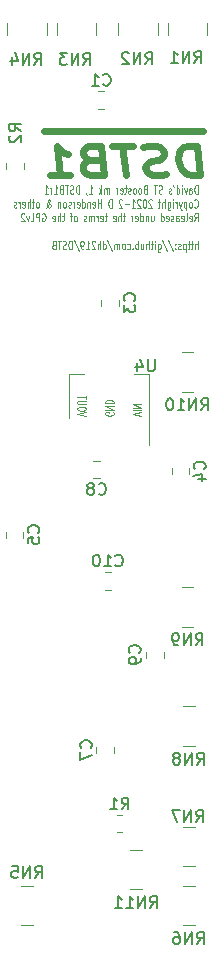
<source format=gbr>
%TF.GenerationSoftware,KiCad,Pcbnew,(5.1.10-1-10_14)*%
%TF.CreationDate,2022-03-12T11:50:30+00:00*%
%TF.ProjectId,altram_68k_r2,616c7472-616d-45f3-9638-6b5f72322e6b,2*%
%TF.SameCoordinates,Original*%
%TF.FileFunction,Legend,Bot*%
%TF.FilePolarity,Positive*%
%FSLAX46Y46*%
G04 Gerber Fmt 4.6, Leading zero omitted, Abs format (unit mm)*
G04 Created by KiCad (PCBNEW (5.1.10-1-10_14)) date 2022-03-12 11:50:30*
%MOMM*%
%LPD*%
G01*
G04 APERTURE LIST*
%ADD10C,0.125000*%
%ADD11C,0.625000*%
%ADD12C,0.120000*%
%ADD13C,0.150000*%
G04 APERTURE END LIST*
D10*
X147083333Y-88471130D02*
X146383333Y-88304464D01*
X147083333Y-88137797D01*
X146383333Y-87971130D02*
X147083333Y-87971130D01*
X146383333Y-87733035D02*
X147083333Y-87733035D01*
X146383333Y-87447321D01*
X147083333Y-87447321D01*
X144700000Y-88137797D02*
X144733333Y-88185416D01*
X144733333Y-88256845D01*
X144700000Y-88328273D01*
X144633333Y-88375892D01*
X144566666Y-88399702D01*
X144433333Y-88423511D01*
X144333333Y-88423511D01*
X144200000Y-88399702D01*
X144133333Y-88375892D01*
X144066666Y-88328273D01*
X144033333Y-88256845D01*
X144033333Y-88209226D01*
X144066666Y-88137797D01*
X144100000Y-88113988D01*
X144333333Y-88113988D01*
X144333333Y-88209226D01*
X144033333Y-87899702D02*
X144733333Y-87899702D01*
X144033333Y-87613988D01*
X144733333Y-87613988D01*
X144033333Y-87375892D02*
X144733333Y-87375892D01*
X144733333Y-87256845D01*
X144700000Y-87185416D01*
X144633333Y-87137797D01*
X144566666Y-87113988D01*
X144433333Y-87090178D01*
X144333333Y-87090178D01*
X144200000Y-87113988D01*
X144133333Y-87137797D01*
X144066666Y-87185416D01*
X144033333Y-87256845D01*
X144033333Y-87375892D01*
X142383333Y-88471130D02*
X141683333Y-88304464D01*
X142383333Y-88137797D01*
X142383333Y-87875892D02*
X142383333Y-87780654D01*
X142350000Y-87733035D01*
X142283333Y-87685416D01*
X142150000Y-87661607D01*
X141916666Y-87661607D01*
X141783333Y-87685416D01*
X141716666Y-87733035D01*
X141683333Y-87780654D01*
X141683333Y-87875892D01*
X141716666Y-87923511D01*
X141783333Y-87971130D01*
X141916666Y-87994940D01*
X142150000Y-87994940D01*
X142283333Y-87971130D01*
X142350000Y-87923511D01*
X142383333Y-87875892D01*
X142383333Y-87447321D02*
X141816666Y-87447321D01*
X141750000Y-87423511D01*
X141716666Y-87399702D01*
X141683333Y-87352083D01*
X141683333Y-87256845D01*
X141716666Y-87209226D01*
X141750000Y-87185416D01*
X141816666Y-87161607D01*
X142383333Y-87161607D01*
X142383333Y-86994940D02*
X142383333Y-86709226D01*
X141683333Y-86852083D02*
X142383333Y-86852083D01*
X151858035Y-69616666D02*
X151858035Y-68916666D01*
X151738987Y-68916666D01*
X151667559Y-68950000D01*
X151619940Y-69016666D01*
X151596130Y-69083333D01*
X151572321Y-69216666D01*
X151572321Y-69316666D01*
X151596130Y-69450000D01*
X151619940Y-69516666D01*
X151667559Y-69583333D01*
X151738987Y-69616666D01*
X151858035Y-69616666D01*
X151143749Y-69616666D02*
X151143749Y-69250000D01*
X151167559Y-69183333D01*
X151215178Y-69150000D01*
X151310416Y-69150000D01*
X151358035Y-69183333D01*
X151143749Y-69583333D02*
X151191368Y-69616666D01*
X151310416Y-69616666D01*
X151358035Y-69583333D01*
X151381844Y-69516666D01*
X151381844Y-69450000D01*
X151358035Y-69383333D01*
X151310416Y-69350000D01*
X151191368Y-69350000D01*
X151143749Y-69316666D01*
X150953273Y-69150000D02*
X150834225Y-69616666D01*
X150715178Y-69150000D01*
X150524702Y-69616666D02*
X150524702Y-69150000D01*
X150524702Y-68916666D02*
X150548511Y-68950000D01*
X150524702Y-68983333D01*
X150500892Y-68950000D01*
X150524702Y-68916666D01*
X150524702Y-68983333D01*
X150072321Y-69616666D02*
X150072321Y-68916666D01*
X150072321Y-69583333D02*
X150119940Y-69616666D01*
X150215178Y-69616666D01*
X150262797Y-69583333D01*
X150286606Y-69550000D01*
X150310416Y-69483333D01*
X150310416Y-69283333D01*
X150286606Y-69216666D01*
X150262797Y-69183333D01*
X150215178Y-69150000D01*
X150119940Y-69150000D01*
X150072321Y-69183333D01*
X149810416Y-68916666D02*
X149810416Y-68950000D01*
X149834225Y-69016666D01*
X149858035Y-69050000D01*
X149619940Y-69583333D02*
X149572321Y-69616666D01*
X149477083Y-69616666D01*
X149429463Y-69583333D01*
X149405654Y-69516666D01*
X149405654Y-69483333D01*
X149429463Y-69416666D01*
X149477083Y-69383333D01*
X149548511Y-69383333D01*
X149596130Y-69350000D01*
X149619940Y-69283333D01*
X149619940Y-69250000D01*
X149596130Y-69183333D01*
X149548511Y-69150000D01*
X149477083Y-69150000D01*
X149429463Y-69183333D01*
X148834225Y-69583333D02*
X148762797Y-69616666D01*
X148643749Y-69616666D01*
X148596130Y-69583333D01*
X148572321Y-69550000D01*
X148548511Y-69483333D01*
X148548511Y-69416666D01*
X148572321Y-69350000D01*
X148596130Y-69316666D01*
X148643749Y-69283333D01*
X148738987Y-69250000D01*
X148786606Y-69216666D01*
X148810416Y-69183333D01*
X148834225Y-69116666D01*
X148834225Y-69050000D01*
X148810416Y-68983333D01*
X148786606Y-68950000D01*
X148738987Y-68916666D01*
X148619940Y-68916666D01*
X148548511Y-68950000D01*
X148405654Y-68916666D02*
X148119940Y-68916666D01*
X148262797Y-69616666D02*
X148262797Y-68916666D01*
X147405654Y-69250000D02*
X147334225Y-69283333D01*
X147310416Y-69316666D01*
X147286606Y-69383333D01*
X147286606Y-69483333D01*
X147310416Y-69550000D01*
X147334225Y-69583333D01*
X147381844Y-69616666D01*
X147572321Y-69616666D01*
X147572321Y-68916666D01*
X147405654Y-68916666D01*
X147358035Y-68950000D01*
X147334225Y-68983333D01*
X147310416Y-69050000D01*
X147310416Y-69116666D01*
X147334225Y-69183333D01*
X147358035Y-69216666D01*
X147405654Y-69250000D01*
X147572321Y-69250000D01*
X147000892Y-69616666D02*
X147048511Y-69583333D01*
X147072321Y-69550000D01*
X147096130Y-69483333D01*
X147096130Y-69283333D01*
X147072321Y-69216666D01*
X147048511Y-69183333D01*
X147000892Y-69150000D01*
X146929463Y-69150000D01*
X146881844Y-69183333D01*
X146858035Y-69216666D01*
X146834225Y-69283333D01*
X146834225Y-69483333D01*
X146858035Y-69550000D01*
X146881844Y-69583333D01*
X146929463Y-69616666D01*
X147000892Y-69616666D01*
X146548511Y-69616666D02*
X146596130Y-69583333D01*
X146619940Y-69550000D01*
X146643749Y-69483333D01*
X146643749Y-69283333D01*
X146619940Y-69216666D01*
X146596130Y-69183333D01*
X146548511Y-69150000D01*
X146477083Y-69150000D01*
X146429463Y-69183333D01*
X146405654Y-69216666D01*
X146381844Y-69283333D01*
X146381844Y-69483333D01*
X146405654Y-69550000D01*
X146429463Y-69583333D01*
X146477083Y-69616666D01*
X146548511Y-69616666D01*
X146191368Y-69583333D02*
X146143749Y-69616666D01*
X146048511Y-69616666D01*
X146000892Y-69583333D01*
X145977083Y-69516666D01*
X145977083Y-69483333D01*
X146000892Y-69416666D01*
X146048511Y-69383333D01*
X146119940Y-69383333D01*
X146167559Y-69350000D01*
X146191368Y-69283333D01*
X146191368Y-69250000D01*
X146167559Y-69183333D01*
X146119940Y-69150000D01*
X146048511Y-69150000D01*
X146000892Y-69183333D01*
X145834225Y-69150000D02*
X145643749Y-69150000D01*
X145762797Y-68916666D02*
X145762797Y-69516666D01*
X145738987Y-69583333D01*
X145691368Y-69616666D01*
X145643749Y-69616666D01*
X145286606Y-69583333D02*
X145334225Y-69616666D01*
X145429463Y-69616666D01*
X145477083Y-69583333D01*
X145500892Y-69516666D01*
X145500892Y-69250000D01*
X145477083Y-69183333D01*
X145429463Y-69150000D01*
X145334225Y-69150000D01*
X145286606Y-69183333D01*
X145262797Y-69250000D01*
X145262797Y-69316666D01*
X145500892Y-69383333D01*
X145048511Y-69616666D02*
X145048511Y-69150000D01*
X145048511Y-69283333D02*
X145024702Y-69216666D01*
X145000892Y-69183333D01*
X144953273Y-69150000D01*
X144905654Y-69150000D01*
X144358035Y-69616666D02*
X144358035Y-69150000D01*
X144358035Y-69216666D02*
X144334225Y-69183333D01*
X144286606Y-69150000D01*
X144215178Y-69150000D01*
X144167559Y-69183333D01*
X144143749Y-69250000D01*
X144143749Y-69616666D01*
X144143749Y-69250000D02*
X144119940Y-69183333D01*
X144072321Y-69150000D01*
X144000892Y-69150000D01*
X143953273Y-69183333D01*
X143929463Y-69250000D01*
X143929463Y-69616666D01*
X143691368Y-69616666D02*
X143691368Y-68916666D01*
X143643749Y-69350000D02*
X143500892Y-69616666D01*
X143500892Y-69150000D02*
X143691368Y-69416666D01*
X142643749Y-69616666D02*
X142929463Y-69616666D01*
X142786606Y-69616666D02*
X142786606Y-68916666D01*
X142834225Y-69016666D01*
X142881844Y-69083333D01*
X142929463Y-69116666D01*
X142405654Y-69583333D02*
X142405654Y-69616666D01*
X142429463Y-69683333D01*
X142453273Y-69716666D01*
X141810416Y-69616666D02*
X141810416Y-68916666D01*
X141691368Y-68916666D01*
X141619940Y-68950000D01*
X141572321Y-69016666D01*
X141548511Y-69083333D01*
X141524702Y-69216666D01*
X141524702Y-69316666D01*
X141548511Y-69450000D01*
X141572321Y-69516666D01*
X141619940Y-69583333D01*
X141691368Y-69616666D01*
X141810416Y-69616666D01*
X141334225Y-69583333D02*
X141262797Y-69616666D01*
X141143749Y-69616666D01*
X141096130Y-69583333D01*
X141072321Y-69550000D01*
X141048511Y-69483333D01*
X141048511Y-69416666D01*
X141072321Y-69350000D01*
X141096130Y-69316666D01*
X141143749Y-69283333D01*
X141238987Y-69250000D01*
X141286606Y-69216666D01*
X141310416Y-69183333D01*
X141334225Y-69116666D01*
X141334225Y-69050000D01*
X141310416Y-68983333D01*
X141286606Y-68950000D01*
X141238987Y-68916666D01*
X141119940Y-68916666D01*
X141048511Y-68950000D01*
X140905654Y-68916666D02*
X140619940Y-68916666D01*
X140762797Y-69616666D02*
X140762797Y-68916666D01*
X140286606Y-69250000D02*
X140215178Y-69283333D01*
X140191368Y-69316666D01*
X140167559Y-69383333D01*
X140167559Y-69483333D01*
X140191368Y-69550000D01*
X140215178Y-69583333D01*
X140262797Y-69616666D01*
X140453273Y-69616666D01*
X140453273Y-68916666D01*
X140286606Y-68916666D01*
X140238987Y-68950000D01*
X140215178Y-68983333D01*
X140191368Y-69050000D01*
X140191368Y-69116666D01*
X140215178Y-69183333D01*
X140238987Y-69216666D01*
X140286606Y-69250000D01*
X140453273Y-69250000D01*
X139691368Y-69616666D02*
X139977083Y-69616666D01*
X139834225Y-69616666D02*
X139834225Y-68916666D01*
X139881844Y-69016666D01*
X139929463Y-69083333D01*
X139977083Y-69116666D01*
X139477083Y-69616666D02*
X139477083Y-69150000D01*
X139477083Y-69283333D02*
X139453273Y-69216666D01*
X139429463Y-69183333D01*
X139381844Y-69150000D01*
X139334225Y-69150000D01*
X138905654Y-69616666D02*
X139191368Y-69616666D01*
X139048511Y-69616666D02*
X139048511Y-68916666D01*
X139096130Y-69016666D01*
X139143749Y-69083333D01*
X139191368Y-69116666D01*
X151572321Y-70725000D02*
X151596130Y-70758333D01*
X151667559Y-70791666D01*
X151715178Y-70791666D01*
X151786606Y-70758333D01*
X151834225Y-70691666D01*
X151858035Y-70625000D01*
X151881844Y-70491666D01*
X151881844Y-70391666D01*
X151858035Y-70258333D01*
X151834225Y-70191666D01*
X151786606Y-70125000D01*
X151715178Y-70091666D01*
X151667559Y-70091666D01*
X151596130Y-70125000D01*
X151572321Y-70158333D01*
X151286606Y-70791666D02*
X151334225Y-70758333D01*
X151358035Y-70725000D01*
X151381844Y-70658333D01*
X151381844Y-70458333D01*
X151358035Y-70391666D01*
X151334225Y-70358333D01*
X151286606Y-70325000D01*
X151215178Y-70325000D01*
X151167559Y-70358333D01*
X151143749Y-70391666D01*
X151119940Y-70458333D01*
X151119940Y-70658333D01*
X151143749Y-70725000D01*
X151167559Y-70758333D01*
X151215178Y-70791666D01*
X151286606Y-70791666D01*
X150905654Y-70325000D02*
X150905654Y-71025000D01*
X150905654Y-70358333D02*
X150858035Y-70325000D01*
X150762797Y-70325000D01*
X150715178Y-70358333D01*
X150691368Y-70391666D01*
X150667559Y-70458333D01*
X150667559Y-70658333D01*
X150691368Y-70725000D01*
X150715178Y-70758333D01*
X150762797Y-70791666D01*
X150858035Y-70791666D01*
X150905654Y-70758333D01*
X150500892Y-70325000D02*
X150381844Y-70791666D01*
X150262797Y-70325000D02*
X150381844Y-70791666D01*
X150429463Y-70958333D01*
X150453273Y-70991666D01*
X150500892Y-71025000D01*
X150072321Y-70791666D02*
X150072321Y-70325000D01*
X150072321Y-70458333D02*
X150048511Y-70391666D01*
X150024702Y-70358333D01*
X149977083Y-70325000D01*
X149929463Y-70325000D01*
X149762797Y-70791666D02*
X149762797Y-70325000D01*
X149762797Y-70091666D02*
X149786606Y-70125000D01*
X149762797Y-70158333D01*
X149738987Y-70125000D01*
X149762797Y-70091666D01*
X149762797Y-70158333D01*
X149310416Y-70325000D02*
X149310416Y-70891666D01*
X149334225Y-70958333D01*
X149358035Y-70991666D01*
X149405654Y-71025000D01*
X149477083Y-71025000D01*
X149524702Y-70991666D01*
X149310416Y-70758333D02*
X149358035Y-70791666D01*
X149453273Y-70791666D01*
X149500892Y-70758333D01*
X149524702Y-70725000D01*
X149548511Y-70658333D01*
X149548511Y-70458333D01*
X149524702Y-70391666D01*
X149500892Y-70358333D01*
X149453273Y-70325000D01*
X149358035Y-70325000D01*
X149310416Y-70358333D01*
X149072321Y-70791666D02*
X149072321Y-70091666D01*
X148858035Y-70791666D02*
X148858035Y-70425000D01*
X148881844Y-70358333D01*
X148929463Y-70325000D01*
X149000892Y-70325000D01*
X149048511Y-70358333D01*
X149072321Y-70391666D01*
X148691368Y-70325000D02*
X148500892Y-70325000D01*
X148619940Y-70091666D02*
X148619940Y-70691666D01*
X148596130Y-70758333D01*
X148548511Y-70791666D01*
X148500892Y-70791666D01*
X147977083Y-70158333D02*
X147953273Y-70125000D01*
X147905654Y-70091666D01*
X147786606Y-70091666D01*
X147738987Y-70125000D01*
X147715178Y-70158333D01*
X147691368Y-70225000D01*
X147691368Y-70291666D01*
X147715178Y-70391666D01*
X148000892Y-70791666D01*
X147691368Y-70791666D01*
X147381844Y-70091666D02*
X147334225Y-70091666D01*
X147286606Y-70125000D01*
X147262797Y-70158333D01*
X147238987Y-70225000D01*
X147215178Y-70358333D01*
X147215178Y-70525000D01*
X147238987Y-70658333D01*
X147262797Y-70725000D01*
X147286606Y-70758333D01*
X147334225Y-70791666D01*
X147381844Y-70791666D01*
X147429463Y-70758333D01*
X147453273Y-70725000D01*
X147477083Y-70658333D01*
X147500892Y-70525000D01*
X147500892Y-70358333D01*
X147477083Y-70225000D01*
X147453273Y-70158333D01*
X147429463Y-70125000D01*
X147381844Y-70091666D01*
X147024702Y-70158333D02*
X147000892Y-70125000D01*
X146953273Y-70091666D01*
X146834225Y-70091666D01*
X146786606Y-70125000D01*
X146762797Y-70158333D01*
X146738987Y-70225000D01*
X146738987Y-70291666D01*
X146762797Y-70391666D01*
X147048511Y-70791666D01*
X146738987Y-70791666D01*
X146262797Y-70791666D02*
X146548511Y-70791666D01*
X146405654Y-70791666D02*
X146405654Y-70091666D01*
X146453273Y-70191666D01*
X146500892Y-70258333D01*
X146548511Y-70291666D01*
X146048511Y-70525000D02*
X145667559Y-70525000D01*
X145453273Y-70158333D02*
X145429463Y-70125000D01*
X145381844Y-70091666D01*
X145262797Y-70091666D01*
X145215178Y-70125000D01*
X145191368Y-70158333D01*
X145167559Y-70225000D01*
X145167559Y-70291666D01*
X145191368Y-70391666D01*
X145477083Y-70791666D01*
X145167559Y-70791666D01*
X144572321Y-70791666D02*
X144572321Y-70091666D01*
X144453273Y-70091666D01*
X144381844Y-70125000D01*
X144334225Y-70191666D01*
X144310416Y-70258333D01*
X144286606Y-70391666D01*
X144286606Y-70491666D01*
X144310416Y-70625000D01*
X144334225Y-70691666D01*
X144381844Y-70758333D01*
X144453273Y-70791666D01*
X144572321Y-70791666D01*
X143691368Y-70791666D02*
X143691368Y-70091666D01*
X143691368Y-70425000D02*
X143405654Y-70425000D01*
X143405654Y-70791666D02*
X143405654Y-70091666D01*
X142977083Y-70758333D02*
X143024702Y-70791666D01*
X143119940Y-70791666D01*
X143167559Y-70758333D01*
X143191368Y-70691666D01*
X143191368Y-70425000D01*
X143167559Y-70358333D01*
X143119940Y-70325000D01*
X143024702Y-70325000D01*
X142977083Y-70358333D01*
X142953273Y-70425000D01*
X142953273Y-70491666D01*
X143191368Y-70558333D01*
X142738987Y-70325000D02*
X142738987Y-70791666D01*
X142738987Y-70391666D02*
X142715178Y-70358333D01*
X142667559Y-70325000D01*
X142596130Y-70325000D01*
X142548511Y-70358333D01*
X142524702Y-70425000D01*
X142524702Y-70791666D01*
X142072321Y-70791666D02*
X142072321Y-70091666D01*
X142072321Y-70758333D02*
X142119940Y-70791666D01*
X142215178Y-70791666D01*
X142262797Y-70758333D01*
X142286606Y-70725000D01*
X142310416Y-70658333D01*
X142310416Y-70458333D01*
X142286606Y-70391666D01*
X142262797Y-70358333D01*
X142215178Y-70325000D01*
X142119940Y-70325000D01*
X142072321Y-70358333D01*
X141643749Y-70758333D02*
X141691368Y-70791666D01*
X141786606Y-70791666D01*
X141834225Y-70758333D01*
X141858035Y-70691666D01*
X141858035Y-70425000D01*
X141834225Y-70358333D01*
X141786606Y-70325000D01*
X141691368Y-70325000D01*
X141643749Y-70358333D01*
X141619940Y-70425000D01*
X141619940Y-70491666D01*
X141858035Y-70558333D01*
X141405654Y-70791666D02*
X141405654Y-70325000D01*
X141405654Y-70458333D02*
X141381844Y-70391666D01*
X141358035Y-70358333D01*
X141310416Y-70325000D01*
X141262797Y-70325000D01*
X141119940Y-70758333D02*
X141072321Y-70791666D01*
X140977083Y-70791666D01*
X140929463Y-70758333D01*
X140905654Y-70691666D01*
X140905654Y-70658333D01*
X140929463Y-70591666D01*
X140977083Y-70558333D01*
X141048511Y-70558333D01*
X141096130Y-70525000D01*
X141119940Y-70458333D01*
X141119940Y-70425000D01*
X141096130Y-70358333D01*
X141048511Y-70325000D01*
X140977083Y-70325000D01*
X140929463Y-70358333D01*
X140619940Y-70791666D02*
X140667559Y-70758333D01*
X140691368Y-70725000D01*
X140715178Y-70658333D01*
X140715178Y-70458333D01*
X140691368Y-70391666D01*
X140667559Y-70358333D01*
X140619940Y-70325000D01*
X140548511Y-70325000D01*
X140500892Y-70358333D01*
X140477083Y-70391666D01*
X140453273Y-70458333D01*
X140453273Y-70658333D01*
X140477083Y-70725000D01*
X140500892Y-70758333D01*
X140548511Y-70791666D01*
X140619940Y-70791666D01*
X140238987Y-70325000D02*
X140238987Y-70791666D01*
X140238987Y-70391666D02*
X140215178Y-70358333D01*
X140167559Y-70325000D01*
X140096130Y-70325000D01*
X140048511Y-70358333D01*
X140024702Y-70425000D01*
X140024702Y-70791666D01*
X139000892Y-70791666D02*
X139024702Y-70791666D01*
X139072321Y-70758333D01*
X139143749Y-70658333D01*
X139262797Y-70458333D01*
X139310416Y-70358333D01*
X139334225Y-70258333D01*
X139334225Y-70191666D01*
X139310416Y-70125000D01*
X139262797Y-70091666D01*
X139238987Y-70091666D01*
X139191368Y-70125000D01*
X139167559Y-70191666D01*
X139167559Y-70225000D01*
X139191368Y-70291666D01*
X139215178Y-70325000D01*
X139358035Y-70458333D01*
X139381844Y-70491666D01*
X139405654Y-70558333D01*
X139405654Y-70658333D01*
X139381844Y-70725000D01*
X139358035Y-70758333D01*
X139310416Y-70791666D01*
X139238987Y-70791666D01*
X139191368Y-70758333D01*
X139167559Y-70725000D01*
X139096130Y-70591666D01*
X139072321Y-70491666D01*
X139072321Y-70425000D01*
X138334225Y-70791666D02*
X138381844Y-70758333D01*
X138405654Y-70725000D01*
X138429463Y-70658333D01*
X138429463Y-70458333D01*
X138405654Y-70391666D01*
X138381844Y-70358333D01*
X138334225Y-70325000D01*
X138262797Y-70325000D01*
X138215178Y-70358333D01*
X138191368Y-70391666D01*
X138167559Y-70458333D01*
X138167559Y-70658333D01*
X138191368Y-70725000D01*
X138215178Y-70758333D01*
X138262797Y-70791666D01*
X138334225Y-70791666D01*
X138024702Y-70325000D02*
X137834225Y-70325000D01*
X137953273Y-70091666D02*
X137953273Y-70691666D01*
X137929463Y-70758333D01*
X137881844Y-70791666D01*
X137834225Y-70791666D01*
X137667559Y-70791666D02*
X137667559Y-70091666D01*
X137453273Y-70791666D02*
X137453273Y-70425000D01*
X137477083Y-70358333D01*
X137524702Y-70325000D01*
X137596130Y-70325000D01*
X137643749Y-70358333D01*
X137667559Y-70391666D01*
X137024702Y-70758333D02*
X137072321Y-70791666D01*
X137167559Y-70791666D01*
X137215178Y-70758333D01*
X137238987Y-70691666D01*
X137238987Y-70425000D01*
X137215178Y-70358333D01*
X137167559Y-70325000D01*
X137072321Y-70325000D01*
X137024702Y-70358333D01*
X137000892Y-70425000D01*
X137000892Y-70491666D01*
X137238987Y-70558333D01*
X136786606Y-70791666D02*
X136786606Y-70325000D01*
X136786606Y-70458333D02*
X136762797Y-70391666D01*
X136738987Y-70358333D01*
X136691368Y-70325000D01*
X136643749Y-70325000D01*
X136500892Y-70758333D02*
X136453273Y-70791666D01*
X136358035Y-70791666D01*
X136310416Y-70758333D01*
X136286606Y-70691666D01*
X136286606Y-70658333D01*
X136310416Y-70591666D01*
X136358035Y-70558333D01*
X136429463Y-70558333D01*
X136477083Y-70525000D01*
X136500892Y-70458333D01*
X136500892Y-70425000D01*
X136477083Y-70358333D01*
X136429463Y-70325000D01*
X136358035Y-70325000D01*
X136310416Y-70358333D01*
X151572321Y-71966666D02*
X151738987Y-71633333D01*
X151858035Y-71966666D02*
X151858035Y-71266666D01*
X151667559Y-71266666D01*
X151619940Y-71300000D01*
X151596130Y-71333333D01*
X151572321Y-71400000D01*
X151572321Y-71500000D01*
X151596130Y-71566666D01*
X151619940Y-71600000D01*
X151667559Y-71633333D01*
X151858035Y-71633333D01*
X151167559Y-71933333D02*
X151215178Y-71966666D01*
X151310416Y-71966666D01*
X151358035Y-71933333D01*
X151381844Y-71866666D01*
X151381844Y-71600000D01*
X151358035Y-71533333D01*
X151310416Y-71500000D01*
X151215178Y-71500000D01*
X151167559Y-71533333D01*
X151143749Y-71600000D01*
X151143749Y-71666666D01*
X151381844Y-71733333D01*
X150858035Y-71966666D02*
X150905654Y-71933333D01*
X150929463Y-71866666D01*
X150929463Y-71266666D01*
X150477083Y-71933333D02*
X150524702Y-71966666D01*
X150619940Y-71966666D01*
X150667559Y-71933333D01*
X150691368Y-71866666D01*
X150691368Y-71600000D01*
X150667559Y-71533333D01*
X150619940Y-71500000D01*
X150524702Y-71500000D01*
X150477083Y-71533333D01*
X150453273Y-71600000D01*
X150453273Y-71666666D01*
X150691368Y-71733333D01*
X150024702Y-71966666D02*
X150024702Y-71600000D01*
X150048511Y-71533333D01*
X150096130Y-71500000D01*
X150191368Y-71500000D01*
X150238987Y-71533333D01*
X150024702Y-71933333D02*
X150072321Y-71966666D01*
X150191368Y-71966666D01*
X150238987Y-71933333D01*
X150262797Y-71866666D01*
X150262797Y-71800000D01*
X150238987Y-71733333D01*
X150191368Y-71700000D01*
X150072321Y-71700000D01*
X150024702Y-71666666D01*
X149810416Y-71933333D02*
X149762797Y-71966666D01*
X149667559Y-71966666D01*
X149619940Y-71933333D01*
X149596130Y-71866666D01*
X149596130Y-71833333D01*
X149619940Y-71766666D01*
X149667559Y-71733333D01*
X149738987Y-71733333D01*
X149786606Y-71700000D01*
X149810416Y-71633333D01*
X149810416Y-71600000D01*
X149786606Y-71533333D01*
X149738987Y-71500000D01*
X149667559Y-71500000D01*
X149619940Y-71533333D01*
X149191368Y-71933333D02*
X149238987Y-71966666D01*
X149334225Y-71966666D01*
X149381844Y-71933333D01*
X149405654Y-71866666D01*
X149405654Y-71600000D01*
X149381844Y-71533333D01*
X149334225Y-71500000D01*
X149238987Y-71500000D01*
X149191368Y-71533333D01*
X149167559Y-71600000D01*
X149167559Y-71666666D01*
X149405654Y-71733333D01*
X148738987Y-71966666D02*
X148738987Y-71266666D01*
X148738987Y-71933333D02*
X148786606Y-71966666D01*
X148881844Y-71966666D01*
X148929463Y-71933333D01*
X148953273Y-71900000D01*
X148977083Y-71833333D01*
X148977083Y-71633333D01*
X148953273Y-71566666D01*
X148929463Y-71533333D01*
X148881844Y-71500000D01*
X148786606Y-71500000D01*
X148738987Y-71533333D01*
X147905654Y-71500000D02*
X147905654Y-71966666D01*
X148119940Y-71500000D02*
X148119940Y-71866666D01*
X148096130Y-71933333D01*
X148048511Y-71966666D01*
X147977083Y-71966666D01*
X147929463Y-71933333D01*
X147905654Y-71900000D01*
X147667559Y-71500000D02*
X147667559Y-71966666D01*
X147667559Y-71566666D02*
X147643749Y-71533333D01*
X147596130Y-71500000D01*
X147524702Y-71500000D01*
X147477083Y-71533333D01*
X147453273Y-71600000D01*
X147453273Y-71966666D01*
X147000892Y-71966666D02*
X147000892Y-71266666D01*
X147000892Y-71933333D02*
X147048511Y-71966666D01*
X147143749Y-71966666D01*
X147191368Y-71933333D01*
X147215178Y-71900000D01*
X147238987Y-71833333D01*
X147238987Y-71633333D01*
X147215178Y-71566666D01*
X147191368Y-71533333D01*
X147143749Y-71500000D01*
X147048511Y-71500000D01*
X147000892Y-71533333D01*
X146572321Y-71933333D02*
X146619940Y-71966666D01*
X146715178Y-71966666D01*
X146762797Y-71933333D01*
X146786606Y-71866666D01*
X146786606Y-71600000D01*
X146762797Y-71533333D01*
X146715178Y-71500000D01*
X146619940Y-71500000D01*
X146572321Y-71533333D01*
X146548511Y-71600000D01*
X146548511Y-71666666D01*
X146786606Y-71733333D01*
X146334225Y-71966666D02*
X146334225Y-71500000D01*
X146334225Y-71633333D02*
X146310416Y-71566666D01*
X146286606Y-71533333D01*
X146238987Y-71500000D01*
X146191368Y-71500000D01*
X145715178Y-71500000D02*
X145524702Y-71500000D01*
X145643749Y-71266666D02*
X145643749Y-71866666D01*
X145619940Y-71933333D01*
X145572321Y-71966666D01*
X145524702Y-71966666D01*
X145358035Y-71966666D02*
X145358035Y-71266666D01*
X145143749Y-71966666D02*
X145143749Y-71600000D01*
X145167559Y-71533333D01*
X145215178Y-71500000D01*
X145286606Y-71500000D01*
X145334225Y-71533333D01*
X145358035Y-71566666D01*
X144715178Y-71933333D02*
X144762797Y-71966666D01*
X144858035Y-71966666D01*
X144905654Y-71933333D01*
X144929463Y-71866666D01*
X144929463Y-71600000D01*
X144905654Y-71533333D01*
X144858035Y-71500000D01*
X144762797Y-71500000D01*
X144715178Y-71533333D01*
X144691368Y-71600000D01*
X144691368Y-71666666D01*
X144929463Y-71733333D01*
X144167559Y-71500000D02*
X143977083Y-71500000D01*
X144096130Y-71266666D02*
X144096130Y-71866666D01*
X144072321Y-71933333D01*
X144024702Y-71966666D01*
X143977083Y-71966666D01*
X143619940Y-71933333D02*
X143667559Y-71966666D01*
X143762797Y-71966666D01*
X143810416Y-71933333D01*
X143834225Y-71866666D01*
X143834225Y-71600000D01*
X143810416Y-71533333D01*
X143762797Y-71500000D01*
X143667559Y-71500000D01*
X143619940Y-71533333D01*
X143596130Y-71600000D01*
X143596130Y-71666666D01*
X143834225Y-71733333D01*
X143381844Y-71966666D02*
X143381844Y-71500000D01*
X143381844Y-71633333D02*
X143358035Y-71566666D01*
X143334225Y-71533333D01*
X143286606Y-71500000D01*
X143238987Y-71500000D01*
X143072321Y-71966666D02*
X143072321Y-71500000D01*
X143072321Y-71566666D02*
X143048511Y-71533333D01*
X143000892Y-71500000D01*
X142929463Y-71500000D01*
X142881844Y-71533333D01*
X142858035Y-71600000D01*
X142858035Y-71966666D01*
X142858035Y-71600000D02*
X142834225Y-71533333D01*
X142786606Y-71500000D01*
X142715178Y-71500000D01*
X142667559Y-71533333D01*
X142643749Y-71600000D01*
X142643749Y-71966666D01*
X142429463Y-71933333D02*
X142381844Y-71966666D01*
X142286606Y-71966666D01*
X142238987Y-71933333D01*
X142215178Y-71866666D01*
X142215178Y-71833333D01*
X142238987Y-71766666D01*
X142286606Y-71733333D01*
X142358035Y-71733333D01*
X142405654Y-71700000D01*
X142429463Y-71633333D01*
X142429463Y-71600000D01*
X142405654Y-71533333D01*
X142358035Y-71500000D01*
X142286606Y-71500000D01*
X142238987Y-71533333D01*
X141548511Y-71966666D02*
X141596130Y-71933333D01*
X141619940Y-71900000D01*
X141643749Y-71833333D01*
X141643749Y-71633333D01*
X141619940Y-71566666D01*
X141596130Y-71533333D01*
X141548511Y-71500000D01*
X141477083Y-71500000D01*
X141429463Y-71533333D01*
X141405654Y-71566666D01*
X141381844Y-71633333D01*
X141381844Y-71833333D01*
X141405654Y-71900000D01*
X141429463Y-71933333D01*
X141477083Y-71966666D01*
X141548511Y-71966666D01*
X141238987Y-71500000D02*
X141048511Y-71500000D01*
X141167559Y-71966666D02*
X141167559Y-71366666D01*
X141143749Y-71300000D01*
X141096130Y-71266666D01*
X141048511Y-71266666D01*
X140572321Y-71500000D02*
X140381844Y-71500000D01*
X140500892Y-71266666D02*
X140500892Y-71866666D01*
X140477083Y-71933333D01*
X140429463Y-71966666D01*
X140381844Y-71966666D01*
X140215178Y-71966666D02*
X140215178Y-71266666D01*
X140000892Y-71966666D02*
X140000892Y-71600000D01*
X140024702Y-71533333D01*
X140072321Y-71500000D01*
X140143749Y-71500000D01*
X140191368Y-71533333D01*
X140215178Y-71566666D01*
X139572321Y-71933333D02*
X139619940Y-71966666D01*
X139715178Y-71966666D01*
X139762797Y-71933333D01*
X139786606Y-71866666D01*
X139786606Y-71600000D01*
X139762797Y-71533333D01*
X139715178Y-71500000D01*
X139619940Y-71500000D01*
X139572321Y-71533333D01*
X139548511Y-71600000D01*
X139548511Y-71666666D01*
X139786606Y-71733333D01*
X138691368Y-71300000D02*
X138738987Y-71266666D01*
X138810416Y-71266666D01*
X138881844Y-71300000D01*
X138929463Y-71366666D01*
X138953273Y-71433333D01*
X138977083Y-71566666D01*
X138977083Y-71666666D01*
X138953273Y-71800000D01*
X138929463Y-71866666D01*
X138881844Y-71933333D01*
X138810416Y-71966666D01*
X138762797Y-71966666D01*
X138691368Y-71933333D01*
X138667559Y-71900000D01*
X138667559Y-71666666D01*
X138762797Y-71666666D01*
X138453273Y-71966666D02*
X138453273Y-71266666D01*
X138262797Y-71266666D01*
X138215178Y-71300000D01*
X138191368Y-71333333D01*
X138167559Y-71400000D01*
X138167559Y-71500000D01*
X138191368Y-71566666D01*
X138215178Y-71600000D01*
X138262797Y-71633333D01*
X138453273Y-71633333D01*
X137715178Y-71966666D02*
X137953273Y-71966666D01*
X137953273Y-71266666D01*
X137596130Y-71500000D02*
X137477083Y-71966666D01*
X137358035Y-71500000D01*
X137191368Y-71333333D02*
X137167559Y-71300000D01*
X137119940Y-71266666D01*
X137000892Y-71266666D01*
X136953273Y-71300000D01*
X136929463Y-71333333D01*
X136905654Y-71400000D01*
X136905654Y-71466666D01*
X136929463Y-71566666D01*
X137215178Y-71966666D01*
X136905654Y-71966666D01*
X151858035Y-74316666D02*
X151858035Y-73616666D01*
X151643749Y-74316666D02*
X151643749Y-73950000D01*
X151667559Y-73883333D01*
X151715178Y-73850000D01*
X151786606Y-73850000D01*
X151834225Y-73883333D01*
X151858035Y-73916666D01*
X151477083Y-73850000D02*
X151286606Y-73850000D01*
X151405654Y-73616666D02*
X151405654Y-74216666D01*
X151381844Y-74283333D01*
X151334225Y-74316666D01*
X151286606Y-74316666D01*
X151191368Y-73850000D02*
X151000892Y-73850000D01*
X151119940Y-73616666D02*
X151119940Y-74216666D01*
X151096130Y-74283333D01*
X151048511Y-74316666D01*
X151000892Y-74316666D01*
X150834225Y-73850000D02*
X150834225Y-74550000D01*
X150834225Y-73883333D02*
X150786606Y-73850000D01*
X150691368Y-73850000D01*
X150643749Y-73883333D01*
X150619940Y-73916666D01*
X150596130Y-73983333D01*
X150596130Y-74183333D01*
X150619940Y-74250000D01*
X150643749Y-74283333D01*
X150691368Y-74316666D01*
X150786606Y-74316666D01*
X150834225Y-74283333D01*
X150405654Y-74283333D02*
X150358035Y-74316666D01*
X150262797Y-74316666D01*
X150215178Y-74283333D01*
X150191368Y-74216666D01*
X150191368Y-74183333D01*
X150215178Y-74116666D01*
X150262797Y-74083333D01*
X150334225Y-74083333D01*
X150381844Y-74050000D01*
X150405654Y-73983333D01*
X150405654Y-73950000D01*
X150381844Y-73883333D01*
X150334225Y-73850000D01*
X150262797Y-73850000D01*
X150215178Y-73883333D01*
X149977083Y-74250000D02*
X149953273Y-74283333D01*
X149977083Y-74316666D01*
X150000892Y-74283333D01*
X149977083Y-74250000D01*
X149977083Y-74316666D01*
X149977083Y-73883333D02*
X149953273Y-73916666D01*
X149977083Y-73950000D01*
X150000892Y-73916666D01*
X149977083Y-73883333D01*
X149977083Y-73950000D01*
X149381844Y-73583333D02*
X149810416Y-74483333D01*
X148858035Y-73583333D02*
X149286606Y-74483333D01*
X148477083Y-73850000D02*
X148477083Y-74416666D01*
X148500892Y-74483333D01*
X148524702Y-74516666D01*
X148572321Y-74550000D01*
X148643749Y-74550000D01*
X148691368Y-74516666D01*
X148477083Y-74283333D02*
X148524702Y-74316666D01*
X148619940Y-74316666D01*
X148667559Y-74283333D01*
X148691368Y-74250000D01*
X148715178Y-74183333D01*
X148715178Y-73983333D01*
X148691368Y-73916666D01*
X148667559Y-73883333D01*
X148619940Y-73850000D01*
X148524702Y-73850000D01*
X148477083Y-73883333D01*
X148238987Y-74316666D02*
X148238987Y-73850000D01*
X148238987Y-73616666D02*
X148262797Y-73650000D01*
X148238987Y-73683333D01*
X148215178Y-73650000D01*
X148238987Y-73616666D01*
X148238987Y-73683333D01*
X148072321Y-73850000D02*
X147881844Y-73850000D01*
X148000892Y-73616666D02*
X148000892Y-74216666D01*
X147977083Y-74283333D01*
X147929463Y-74316666D01*
X147881844Y-74316666D01*
X147715178Y-74316666D02*
X147715178Y-73616666D01*
X147500892Y-74316666D02*
X147500892Y-73950000D01*
X147524702Y-73883333D01*
X147572321Y-73850000D01*
X147643749Y-73850000D01*
X147691368Y-73883333D01*
X147715178Y-73916666D01*
X147048511Y-73850000D02*
X147048511Y-74316666D01*
X147262797Y-73850000D02*
X147262797Y-74216666D01*
X147238987Y-74283333D01*
X147191368Y-74316666D01*
X147119940Y-74316666D01*
X147072321Y-74283333D01*
X147048511Y-74250000D01*
X146810416Y-74316666D02*
X146810416Y-73616666D01*
X146810416Y-73883333D02*
X146762797Y-73850000D01*
X146667559Y-73850000D01*
X146619940Y-73883333D01*
X146596130Y-73916666D01*
X146572321Y-73983333D01*
X146572321Y-74183333D01*
X146596130Y-74250000D01*
X146619940Y-74283333D01*
X146667559Y-74316666D01*
X146762797Y-74316666D01*
X146810416Y-74283333D01*
X146358035Y-74250000D02*
X146334225Y-74283333D01*
X146358035Y-74316666D01*
X146381844Y-74283333D01*
X146358035Y-74250000D01*
X146358035Y-74316666D01*
X145905654Y-74283333D02*
X145953273Y-74316666D01*
X146048511Y-74316666D01*
X146096130Y-74283333D01*
X146119940Y-74250000D01*
X146143749Y-74183333D01*
X146143749Y-73983333D01*
X146119940Y-73916666D01*
X146096130Y-73883333D01*
X146048511Y-73850000D01*
X145953273Y-73850000D01*
X145905654Y-73883333D01*
X145619940Y-74316666D02*
X145667559Y-74283333D01*
X145691368Y-74250000D01*
X145715178Y-74183333D01*
X145715178Y-73983333D01*
X145691368Y-73916666D01*
X145667559Y-73883333D01*
X145619940Y-73850000D01*
X145548511Y-73850000D01*
X145500892Y-73883333D01*
X145477083Y-73916666D01*
X145453273Y-73983333D01*
X145453273Y-74183333D01*
X145477083Y-74250000D01*
X145500892Y-74283333D01*
X145548511Y-74316666D01*
X145619940Y-74316666D01*
X145238987Y-74316666D02*
X145238987Y-73850000D01*
X145238987Y-73916666D02*
X145215178Y-73883333D01*
X145167559Y-73850000D01*
X145096130Y-73850000D01*
X145048511Y-73883333D01*
X145024702Y-73950000D01*
X145024702Y-74316666D01*
X145024702Y-73950000D02*
X145000892Y-73883333D01*
X144953273Y-73850000D01*
X144881844Y-73850000D01*
X144834225Y-73883333D01*
X144810416Y-73950000D01*
X144810416Y-74316666D01*
X144215178Y-73583333D02*
X144643749Y-74483333D01*
X143834225Y-74316666D02*
X143834225Y-73616666D01*
X143834225Y-74283333D02*
X143881844Y-74316666D01*
X143977083Y-74316666D01*
X144024702Y-74283333D01*
X144048511Y-74250000D01*
X144072321Y-74183333D01*
X144072321Y-73983333D01*
X144048511Y-73916666D01*
X144024702Y-73883333D01*
X143977083Y-73850000D01*
X143881844Y-73850000D01*
X143834225Y-73883333D01*
X143596130Y-74316666D02*
X143596130Y-73616666D01*
X143381844Y-74316666D02*
X143381844Y-73950000D01*
X143405654Y-73883333D01*
X143453273Y-73850000D01*
X143524702Y-73850000D01*
X143572321Y-73883333D01*
X143596130Y-73916666D01*
X143167559Y-73683333D02*
X143143749Y-73650000D01*
X143096130Y-73616666D01*
X142977083Y-73616666D01*
X142929463Y-73650000D01*
X142905654Y-73683333D01*
X142881844Y-73750000D01*
X142881844Y-73816666D01*
X142905654Y-73916666D01*
X143191368Y-74316666D01*
X142881844Y-74316666D01*
X142405654Y-74316666D02*
X142691368Y-74316666D01*
X142548511Y-74316666D02*
X142548511Y-73616666D01*
X142596130Y-73716666D01*
X142643749Y-73783333D01*
X142691368Y-73816666D01*
X142167559Y-74316666D02*
X142072321Y-74316666D01*
X142024702Y-74283333D01*
X142000892Y-74250000D01*
X141953273Y-74150000D01*
X141929463Y-74016666D01*
X141929463Y-73750000D01*
X141953273Y-73683333D01*
X141977083Y-73650000D01*
X142024702Y-73616666D01*
X142119940Y-73616666D01*
X142167559Y-73650000D01*
X142191368Y-73683333D01*
X142215178Y-73750000D01*
X142215178Y-73916666D01*
X142191368Y-73983333D01*
X142167559Y-74016666D01*
X142119940Y-74050000D01*
X142024702Y-74050000D01*
X141977083Y-74016666D01*
X141953273Y-73983333D01*
X141929463Y-73916666D01*
X141358035Y-73583333D02*
X141786606Y-74483333D01*
X141191368Y-74316666D02*
X141191368Y-73616666D01*
X141072321Y-73616666D01*
X141000892Y-73650000D01*
X140953273Y-73716666D01*
X140929463Y-73783333D01*
X140905654Y-73916666D01*
X140905654Y-74016666D01*
X140929463Y-74150000D01*
X140953273Y-74216666D01*
X141000892Y-74283333D01*
X141072321Y-74316666D01*
X141191368Y-74316666D01*
X140715178Y-74283333D02*
X140643749Y-74316666D01*
X140524702Y-74316666D01*
X140477083Y-74283333D01*
X140453273Y-74250000D01*
X140429463Y-74183333D01*
X140429463Y-74116666D01*
X140453273Y-74050000D01*
X140477083Y-74016666D01*
X140524702Y-73983333D01*
X140619940Y-73950000D01*
X140667559Y-73916666D01*
X140691368Y-73883333D01*
X140715178Y-73816666D01*
X140715178Y-73750000D01*
X140691368Y-73683333D01*
X140667559Y-73650000D01*
X140619940Y-73616666D01*
X140500892Y-73616666D01*
X140429463Y-73650000D01*
X140286606Y-73616666D02*
X140000892Y-73616666D01*
X140143749Y-74316666D02*
X140143749Y-73616666D01*
X139667559Y-73950000D02*
X139596130Y-73983333D01*
X139572321Y-74016666D01*
X139548511Y-74083333D01*
X139548511Y-74183333D01*
X139572321Y-74250000D01*
X139596130Y-74283333D01*
X139643749Y-74316666D01*
X139834225Y-74316666D01*
X139834225Y-73616666D01*
X139667559Y-73616666D01*
X139619940Y-73650000D01*
X139596130Y-73683333D01*
X139572321Y-73750000D01*
X139572321Y-73816666D01*
X139596130Y-73883333D01*
X139619940Y-73916666D01*
X139667559Y-73950000D01*
X139834225Y-73950000D01*
D11*
X152335937Y-64337500D02*
X149818750Y-64337500D01*
X152089583Y-68080952D02*
X151777083Y-65580952D01*
X151062797Y-65580952D01*
X150649107Y-65700000D01*
X150393154Y-65938095D01*
X150280059Y-66176190D01*
X150196726Y-66652380D01*
X150241369Y-67009523D01*
X150443750Y-67485714D01*
X150616369Y-67723809D01*
X150931845Y-67961904D01*
X151375297Y-68080952D01*
X152089583Y-68080952D01*
X149818750Y-64337500D02*
X146961607Y-64337500D01*
X149217559Y-67961904D02*
X148803869Y-68080952D01*
X148089583Y-68080952D01*
X147788988Y-67961904D01*
X147631250Y-67842857D01*
X147458630Y-67604761D01*
X147428869Y-67366666D01*
X147541964Y-67128571D01*
X147669940Y-67009523D01*
X147940773Y-66890476D01*
X148497321Y-66771428D01*
X148768154Y-66652380D01*
X148896130Y-66533333D01*
X149009226Y-66295238D01*
X148979464Y-66057142D01*
X148806845Y-65819047D01*
X148649107Y-65700000D01*
X148348511Y-65580952D01*
X147634226Y-65580952D01*
X147220535Y-65700000D01*
X146961607Y-64337500D02*
X144675892Y-64337500D01*
X146348511Y-65580952D02*
X144634226Y-65580952D01*
X145803869Y-68080952D02*
X145491369Y-65580952D01*
X144675892Y-64337500D02*
X141675892Y-64337500D01*
X142783035Y-66771428D02*
X142369345Y-66890476D01*
X142241369Y-67009523D01*
X142128273Y-67247619D01*
X142172916Y-67604761D01*
X142345535Y-67842857D01*
X142503273Y-67961904D01*
X142803869Y-68080952D01*
X143946726Y-68080952D01*
X143634226Y-65580952D01*
X142634226Y-65580952D01*
X142363392Y-65700000D01*
X142235416Y-65819047D01*
X142122321Y-66057142D01*
X142152083Y-66295238D01*
X142324702Y-66533333D01*
X142482440Y-66652380D01*
X142783035Y-66771428D01*
X143783035Y-66771428D01*
X141675892Y-64337500D02*
X138818750Y-64337500D01*
X139375297Y-68080952D02*
X141089583Y-68080952D01*
X140232440Y-68080952D02*
X139919940Y-65580952D01*
X140250297Y-65938095D01*
X140565773Y-66176190D01*
X140866369Y-66295238D01*
D12*
%TO.C,R1*%
X145477064Y-122215000D02*
X145022936Y-122215000D01*
X145477064Y-123685000D02*
X145022936Y-123685000D01*
%TO.C,U4*%
X147760000Y-90900000D02*
X147760000Y-84890000D01*
X140940000Y-88650000D02*
X140940000Y-84890000D01*
X147760000Y-84890000D02*
X146500000Y-84890000D01*
X140940000Y-84890000D02*
X142200000Y-84890000D01*
%TO.C,RN11*%
X147150000Y-125170000D02*
X146150000Y-125170000D01*
X147150000Y-128530000D02*
X146150000Y-128530000D01*
%TO.C,R2*%
X135665000Y-66988748D02*
X135665000Y-67511252D01*
X137135000Y-66988748D02*
X137135000Y-67511252D01*
%TO.C,RN10*%
X151500000Y-86380000D02*
X150500000Y-86380000D01*
X151500000Y-83020000D02*
X150500000Y-83020000D01*
%TO.C,RN9*%
X151500000Y-106280000D02*
X150500000Y-106280000D01*
X151500000Y-102920000D02*
X150500000Y-102920000D01*
%TO.C,RN8*%
X151600000Y-116380000D02*
X150600000Y-116380000D01*
X151600000Y-113020000D02*
X150600000Y-113020000D01*
%TO.C,RN7*%
X151600000Y-126580000D02*
X150600000Y-126580000D01*
X151600000Y-123220000D02*
X150600000Y-123220000D01*
%TO.C,RN6*%
X151600000Y-131580000D02*
X150600000Y-131580000D01*
X151600000Y-128220000D02*
X150600000Y-128220000D01*
%TO.C,RN5*%
X136900000Y-128220000D02*
X137900000Y-128220000D01*
X136900000Y-131580000D02*
X137900000Y-131580000D01*
%TO.C,C10*%
X144511253Y-103135000D02*
X143988747Y-103135000D01*
X144511253Y-101665000D02*
X143988747Y-101665000D01*
%TO.C,C9*%
X148985000Y-108388748D02*
X148985000Y-108911252D01*
X147515000Y-108388748D02*
X147515000Y-108911252D01*
%TO.C,C8*%
X143038748Y-92265000D02*
X143561252Y-92265000D01*
X143038748Y-93735000D02*
X143561252Y-93735000D01*
%TO.C,C7*%
X143265000Y-116961252D02*
X143265000Y-116438748D01*
X144735000Y-116961252D02*
X144735000Y-116438748D01*
%TO.C,C5*%
X137085000Y-98288748D02*
X137085000Y-98811252D01*
X135615000Y-98288748D02*
X135615000Y-98811252D01*
%TO.C,C4*%
X149665000Y-93361252D02*
X149665000Y-92838748D01*
X151135000Y-93361252D02*
X151135000Y-92838748D01*
%TO.C,C3*%
X143715000Y-79111252D02*
X143715000Y-78588748D01*
X145185000Y-79111252D02*
X145185000Y-78588748D01*
%TO.C,C1*%
X143961252Y-62435000D02*
X143438748Y-62435000D01*
X143961252Y-60965000D02*
X143438748Y-60965000D01*
%TO.C,RN4*%
X139080000Y-55200000D02*
X139080000Y-56200000D01*
X135720000Y-55200000D02*
X135720000Y-56200000D01*
%TO.C,RN3*%
X143280000Y-55200000D02*
X143280000Y-56200000D01*
X139920000Y-55200000D02*
X139920000Y-56200000D01*
%TO.C,RN2*%
X148480000Y-55200000D02*
X148480000Y-56200000D01*
X145120000Y-55200000D02*
X145120000Y-56200000D01*
%TO.C,RN1*%
X149320000Y-55200000D02*
X149320000Y-56200000D01*
X152680000Y-55200000D02*
X152680000Y-56200000D01*
%TO.C,R1*%
D13*
X145416666Y-121752380D02*
X145750000Y-121276190D01*
X145988095Y-121752380D02*
X145988095Y-120752380D01*
X145607142Y-120752380D01*
X145511904Y-120800000D01*
X145464285Y-120847619D01*
X145416666Y-120942857D01*
X145416666Y-121085714D01*
X145464285Y-121180952D01*
X145511904Y-121228571D01*
X145607142Y-121276190D01*
X145988095Y-121276190D01*
X144464285Y-121752380D02*
X145035714Y-121752380D01*
X144750000Y-121752380D02*
X144750000Y-120752380D01*
X144845238Y-120895238D01*
X144940476Y-120990476D01*
X145035714Y-121038095D01*
%TO.C,U4*%
X148211904Y-83652380D02*
X148211904Y-84461904D01*
X148164285Y-84557142D01*
X148116666Y-84604761D01*
X148021428Y-84652380D01*
X147830952Y-84652380D01*
X147735714Y-84604761D01*
X147688095Y-84557142D01*
X147640476Y-84461904D01*
X147640476Y-83652380D01*
X146735714Y-83985714D02*
X146735714Y-84652380D01*
X146973809Y-83604761D02*
X147211904Y-84319047D01*
X146592857Y-84319047D01*
%TO.C,RN11*%
X147816666Y-130102380D02*
X148150000Y-129626190D01*
X148388095Y-130102380D02*
X148388095Y-129102380D01*
X148007142Y-129102380D01*
X147911904Y-129150000D01*
X147864285Y-129197619D01*
X147816666Y-129292857D01*
X147816666Y-129435714D01*
X147864285Y-129530952D01*
X147911904Y-129578571D01*
X148007142Y-129626190D01*
X148388095Y-129626190D01*
X147388095Y-130102380D02*
X147388095Y-129102380D01*
X146816666Y-130102380D01*
X146816666Y-129102380D01*
X145816666Y-130102380D02*
X146388095Y-130102380D01*
X146102380Y-130102380D02*
X146102380Y-129102380D01*
X146197619Y-129245238D01*
X146292857Y-129340476D01*
X146388095Y-129388095D01*
X144864285Y-130102380D02*
X145435714Y-130102380D01*
X145150000Y-130102380D02*
X145150000Y-129102380D01*
X145245238Y-129245238D01*
X145340476Y-129340476D01*
X145435714Y-129388095D01*
%TO.C,R2*%
X136902380Y-64333333D02*
X136426190Y-64000000D01*
X136902380Y-63761904D02*
X135902380Y-63761904D01*
X135902380Y-64142857D01*
X135950000Y-64238095D01*
X135997619Y-64285714D01*
X136092857Y-64333333D01*
X136235714Y-64333333D01*
X136330952Y-64285714D01*
X136378571Y-64238095D01*
X136426190Y-64142857D01*
X136426190Y-63761904D01*
X135997619Y-64714285D02*
X135950000Y-64761904D01*
X135902380Y-64857142D01*
X135902380Y-65095238D01*
X135950000Y-65190476D01*
X135997619Y-65238095D01*
X136092857Y-65285714D01*
X136188095Y-65285714D01*
X136330952Y-65238095D01*
X136902380Y-64666666D01*
X136902380Y-65285714D01*
%TO.C,RN10*%
X152166666Y-87952380D02*
X152500000Y-87476190D01*
X152738095Y-87952380D02*
X152738095Y-86952380D01*
X152357142Y-86952380D01*
X152261904Y-87000000D01*
X152214285Y-87047619D01*
X152166666Y-87142857D01*
X152166666Y-87285714D01*
X152214285Y-87380952D01*
X152261904Y-87428571D01*
X152357142Y-87476190D01*
X152738095Y-87476190D01*
X151738095Y-87952380D02*
X151738095Y-86952380D01*
X151166666Y-87952380D01*
X151166666Y-86952380D01*
X150166666Y-87952380D02*
X150738095Y-87952380D01*
X150452380Y-87952380D02*
X150452380Y-86952380D01*
X150547619Y-87095238D01*
X150642857Y-87190476D01*
X150738095Y-87238095D01*
X149547619Y-86952380D02*
X149452380Y-86952380D01*
X149357142Y-87000000D01*
X149309523Y-87047619D01*
X149261904Y-87142857D01*
X149214285Y-87333333D01*
X149214285Y-87571428D01*
X149261904Y-87761904D01*
X149309523Y-87857142D01*
X149357142Y-87904761D01*
X149452380Y-87952380D01*
X149547619Y-87952380D01*
X149642857Y-87904761D01*
X149690476Y-87857142D01*
X149738095Y-87761904D01*
X149785714Y-87571428D01*
X149785714Y-87333333D01*
X149738095Y-87142857D01*
X149690476Y-87047619D01*
X149642857Y-87000000D01*
X149547619Y-86952380D01*
%TO.C,RN9*%
X151690476Y-107852380D02*
X152023809Y-107376190D01*
X152261904Y-107852380D02*
X152261904Y-106852380D01*
X151880952Y-106852380D01*
X151785714Y-106900000D01*
X151738095Y-106947619D01*
X151690476Y-107042857D01*
X151690476Y-107185714D01*
X151738095Y-107280952D01*
X151785714Y-107328571D01*
X151880952Y-107376190D01*
X152261904Y-107376190D01*
X151261904Y-107852380D02*
X151261904Y-106852380D01*
X150690476Y-107852380D01*
X150690476Y-106852380D01*
X150166666Y-107852380D02*
X149976190Y-107852380D01*
X149880952Y-107804761D01*
X149833333Y-107757142D01*
X149738095Y-107614285D01*
X149690476Y-107423809D01*
X149690476Y-107042857D01*
X149738095Y-106947619D01*
X149785714Y-106900000D01*
X149880952Y-106852380D01*
X150071428Y-106852380D01*
X150166666Y-106900000D01*
X150214285Y-106947619D01*
X150261904Y-107042857D01*
X150261904Y-107280952D01*
X150214285Y-107376190D01*
X150166666Y-107423809D01*
X150071428Y-107471428D01*
X149880952Y-107471428D01*
X149785714Y-107423809D01*
X149738095Y-107376190D01*
X149690476Y-107280952D01*
%TO.C,RN8*%
X151790476Y-117952380D02*
X152123809Y-117476190D01*
X152361904Y-117952380D02*
X152361904Y-116952380D01*
X151980952Y-116952380D01*
X151885714Y-117000000D01*
X151838095Y-117047619D01*
X151790476Y-117142857D01*
X151790476Y-117285714D01*
X151838095Y-117380952D01*
X151885714Y-117428571D01*
X151980952Y-117476190D01*
X152361904Y-117476190D01*
X151361904Y-117952380D02*
X151361904Y-116952380D01*
X150790476Y-117952380D01*
X150790476Y-116952380D01*
X150171428Y-117380952D02*
X150266666Y-117333333D01*
X150314285Y-117285714D01*
X150361904Y-117190476D01*
X150361904Y-117142857D01*
X150314285Y-117047619D01*
X150266666Y-117000000D01*
X150171428Y-116952380D01*
X149980952Y-116952380D01*
X149885714Y-117000000D01*
X149838095Y-117047619D01*
X149790476Y-117142857D01*
X149790476Y-117190476D01*
X149838095Y-117285714D01*
X149885714Y-117333333D01*
X149980952Y-117380952D01*
X150171428Y-117380952D01*
X150266666Y-117428571D01*
X150314285Y-117476190D01*
X150361904Y-117571428D01*
X150361904Y-117761904D01*
X150314285Y-117857142D01*
X150266666Y-117904761D01*
X150171428Y-117952380D01*
X149980952Y-117952380D01*
X149885714Y-117904761D01*
X149838095Y-117857142D01*
X149790476Y-117761904D01*
X149790476Y-117571428D01*
X149838095Y-117476190D01*
X149885714Y-117428571D01*
X149980952Y-117380952D01*
%TO.C,RN7*%
X151740476Y-122802380D02*
X152073809Y-122326190D01*
X152311904Y-122802380D02*
X152311904Y-121802380D01*
X151930952Y-121802380D01*
X151835714Y-121850000D01*
X151788095Y-121897619D01*
X151740476Y-121992857D01*
X151740476Y-122135714D01*
X151788095Y-122230952D01*
X151835714Y-122278571D01*
X151930952Y-122326190D01*
X152311904Y-122326190D01*
X151311904Y-122802380D02*
X151311904Y-121802380D01*
X150740476Y-122802380D01*
X150740476Y-121802380D01*
X150359523Y-121802380D02*
X149692857Y-121802380D01*
X150121428Y-122802380D01*
%TO.C,RN6*%
X151790476Y-133152380D02*
X152123809Y-132676190D01*
X152361904Y-133152380D02*
X152361904Y-132152380D01*
X151980952Y-132152380D01*
X151885714Y-132200000D01*
X151838095Y-132247619D01*
X151790476Y-132342857D01*
X151790476Y-132485714D01*
X151838095Y-132580952D01*
X151885714Y-132628571D01*
X151980952Y-132676190D01*
X152361904Y-132676190D01*
X151361904Y-133152380D02*
X151361904Y-132152380D01*
X150790476Y-133152380D01*
X150790476Y-132152380D01*
X149885714Y-132152380D02*
X150076190Y-132152380D01*
X150171428Y-132200000D01*
X150219047Y-132247619D01*
X150314285Y-132390476D01*
X150361904Y-132580952D01*
X150361904Y-132961904D01*
X150314285Y-133057142D01*
X150266666Y-133104761D01*
X150171428Y-133152380D01*
X149980952Y-133152380D01*
X149885714Y-133104761D01*
X149838095Y-133057142D01*
X149790476Y-132961904D01*
X149790476Y-132723809D01*
X149838095Y-132628571D01*
X149885714Y-132580952D01*
X149980952Y-132533333D01*
X150171428Y-132533333D01*
X150266666Y-132580952D01*
X150314285Y-132628571D01*
X150361904Y-132723809D01*
%TO.C,RN5*%
X138090476Y-127552380D02*
X138423809Y-127076190D01*
X138661904Y-127552380D02*
X138661904Y-126552380D01*
X138280952Y-126552380D01*
X138185714Y-126600000D01*
X138138095Y-126647619D01*
X138090476Y-126742857D01*
X138090476Y-126885714D01*
X138138095Y-126980952D01*
X138185714Y-127028571D01*
X138280952Y-127076190D01*
X138661904Y-127076190D01*
X137661904Y-127552380D02*
X137661904Y-126552380D01*
X137090476Y-127552380D01*
X137090476Y-126552380D01*
X136138095Y-126552380D02*
X136614285Y-126552380D01*
X136661904Y-127028571D01*
X136614285Y-126980952D01*
X136519047Y-126933333D01*
X136280952Y-126933333D01*
X136185714Y-126980952D01*
X136138095Y-127028571D01*
X136090476Y-127123809D01*
X136090476Y-127361904D01*
X136138095Y-127457142D01*
X136185714Y-127504761D01*
X136280952Y-127552380D01*
X136519047Y-127552380D01*
X136614285Y-127504761D01*
X136661904Y-127457142D01*
%TO.C,C10*%
X144892857Y-101077142D02*
X144940476Y-101124761D01*
X145083333Y-101172380D01*
X145178571Y-101172380D01*
X145321428Y-101124761D01*
X145416666Y-101029523D01*
X145464285Y-100934285D01*
X145511904Y-100743809D01*
X145511904Y-100600952D01*
X145464285Y-100410476D01*
X145416666Y-100315238D01*
X145321428Y-100220000D01*
X145178571Y-100172380D01*
X145083333Y-100172380D01*
X144940476Y-100220000D01*
X144892857Y-100267619D01*
X143940476Y-101172380D02*
X144511904Y-101172380D01*
X144226190Y-101172380D02*
X144226190Y-100172380D01*
X144321428Y-100315238D01*
X144416666Y-100410476D01*
X144511904Y-100458095D01*
X143321428Y-100172380D02*
X143226190Y-100172380D01*
X143130952Y-100220000D01*
X143083333Y-100267619D01*
X143035714Y-100362857D01*
X142988095Y-100553333D01*
X142988095Y-100791428D01*
X143035714Y-100981904D01*
X143083333Y-101077142D01*
X143130952Y-101124761D01*
X143226190Y-101172380D01*
X143321428Y-101172380D01*
X143416666Y-101124761D01*
X143464285Y-101077142D01*
X143511904Y-100981904D01*
X143559523Y-100791428D01*
X143559523Y-100553333D01*
X143511904Y-100362857D01*
X143464285Y-100267619D01*
X143416666Y-100220000D01*
X143321428Y-100172380D01*
%TO.C,C9*%
X146927143Y-108483333D02*
X146974762Y-108435714D01*
X147022381Y-108292857D01*
X147022381Y-108197619D01*
X146974762Y-108054761D01*
X146879524Y-107959523D01*
X146784286Y-107911904D01*
X146593810Y-107864285D01*
X146450953Y-107864285D01*
X146260477Y-107911904D01*
X146165239Y-107959523D01*
X146070001Y-108054761D01*
X146022381Y-108197619D01*
X146022381Y-108292857D01*
X146070001Y-108435714D01*
X146117620Y-108483333D01*
X147022381Y-108959523D02*
X147022381Y-109150000D01*
X146974762Y-109245238D01*
X146927143Y-109292857D01*
X146784286Y-109388095D01*
X146593810Y-109435714D01*
X146212858Y-109435714D01*
X146117620Y-109388095D01*
X146070001Y-109340476D01*
X146022381Y-109245238D01*
X146022381Y-109054761D01*
X146070001Y-108959523D01*
X146117620Y-108911904D01*
X146212858Y-108864285D01*
X146450953Y-108864285D01*
X146546191Y-108911904D01*
X146593810Y-108959523D01*
X146641429Y-109054761D01*
X146641429Y-109245238D01*
X146593810Y-109340476D01*
X146546191Y-109388095D01*
X146450953Y-109435714D01*
%TO.C,C8*%
X143466666Y-95037142D02*
X143514285Y-95084761D01*
X143657142Y-95132380D01*
X143752380Y-95132380D01*
X143895238Y-95084761D01*
X143990476Y-94989523D01*
X144038095Y-94894285D01*
X144085714Y-94703809D01*
X144085714Y-94560952D01*
X144038095Y-94370476D01*
X143990476Y-94275238D01*
X143895238Y-94180000D01*
X143752380Y-94132380D01*
X143657142Y-94132380D01*
X143514285Y-94180000D01*
X143466666Y-94227619D01*
X142895238Y-94560952D02*
X142990476Y-94513333D01*
X143038095Y-94465714D01*
X143085714Y-94370476D01*
X143085714Y-94322857D01*
X143038095Y-94227619D01*
X142990476Y-94180000D01*
X142895238Y-94132380D01*
X142704761Y-94132380D01*
X142609523Y-94180000D01*
X142561904Y-94227619D01*
X142514285Y-94322857D01*
X142514285Y-94370476D01*
X142561904Y-94465714D01*
X142609523Y-94513333D01*
X142704761Y-94560952D01*
X142895238Y-94560952D01*
X142990476Y-94608571D01*
X143038095Y-94656190D01*
X143085714Y-94751428D01*
X143085714Y-94941904D01*
X143038095Y-95037142D01*
X142990476Y-95084761D01*
X142895238Y-95132380D01*
X142704761Y-95132380D01*
X142609523Y-95084761D01*
X142561904Y-95037142D01*
X142514285Y-94941904D01*
X142514285Y-94751428D01*
X142561904Y-94656190D01*
X142609523Y-94608571D01*
X142704761Y-94560952D01*
%TO.C,C7*%
X142807142Y-116533333D02*
X142854761Y-116485714D01*
X142902380Y-116342857D01*
X142902380Y-116247619D01*
X142854761Y-116104761D01*
X142759523Y-116009523D01*
X142664285Y-115961904D01*
X142473809Y-115914285D01*
X142330952Y-115914285D01*
X142140476Y-115961904D01*
X142045238Y-116009523D01*
X141950000Y-116104761D01*
X141902380Y-116247619D01*
X141902380Y-116342857D01*
X141950000Y-116485714D01*
X141997619Y-116533333D01*
X141902380Y-116866666D02*
X141902380Y-117533333D01*
X142902380Y-117104761D01*
%TO.C,C5*%
X138357142Y-98333333D02*
X138404761Y-98285714D01*
X138452380Y-98142857D01*
X138452380Y-98047619D01*
X138404761Y-97904761D01*
X138309523Y-97809523D01*
X138214285Y-97761904D01*
X138023809Y-97714285D01*
X137880952Y-97714285D01*
X137690476Y-97761904D01*
X137595238Y-97809523D01*
X137500000Y-97904761D01*
X137452380Y-98047619D01*
X137452380Y-98142857D01*
X137500000Y-98285714D01*
X137547619Y-98333333D01*
X137452380Y-99238095D02*
X137452380Y-98761904D01*
X137928571Y-98714285D01*
X137880952Y-98761904D01*
X137833333Y-98857142D01*
X137833333Y-99095238D01*
X137880952Y-99190476D01*
X137928571Y-99238095D01*
X138023809Y-99285714D01*
X138261904Y-99285714D01*
X138357142Y-99238095D01*
X138404761Y-99190476D01*
X138452380Y-99095238D01*
X138452380Y-98857142D01*
X138404761Y-98761904D01*
X138357142Y-98714285D01*
%TO.C,C4*%
X152437141Y-92933333D02*
X152484760Y-92885714D01*
X152532379Y-92742857D01*
X152532379Y-92647619D01*
X152484760Y-92504761D01*
X152389522Y-92409523D01*
X152294284Y-92361904D01*
X152103808Y-92314285D01*
X151960951Y-92314285D01*
X151770475Y-92361904D01*
X151675237Y-92409523D01*
X151579999Y-92504761D01*
X151532379Y-92647619D01*
X151532379Y-92742857D01*
X151579999Y-92885714D01*
X151627618Y-92933333D01*
X151865713Y-93790476D02*
X152532379Y-93790476D01*
X151484760Y-93552380D02*
X152199046Y-93314285D01*
X152199046Y-93933333D01*
%TO.C,C3*%
X146487142Y-78683333D02*
X146534761Y-78635714D01*
X146582380Y-78492857D01*
X146582380Y-78397619D01*
X146534761Y-78254761D01*
X146439523Y-78159523D01*
X146344285Y-78111904D01*
X146153809Y-78064285D01*
X146010952Y-78064285D01*
X145820476Y-78111904D01*
X145725238Y-78159523D01*
X145630000Y-78254761D01*
X145582380Y-78397619D01*
X145582380Y-78492857D01*
X145630000Y-78635714D01*
X145677619Y-78683333D01*
X145582380Y-79016666D02*
X145582380Y-79635714D01*
X145963333Y-79302380D01*
X145963333Y-79445238D01*
X146010952Y-79540476D01*
X146058571Y-79588095D01*
X146153809Y-79635714D01*
X146391904Y-79635714D01*
X146487142Y-79588095D01*
X146534761Y-79540476D01*
X146582380Y-79445238D01*
X146582380Y-79159523D01*
X146534761Y-79064285D01*
X146487142Y-79016666D01*
%TO.C,C1*%
X143866666Y-60377142D02*
X143914285Y-60424761D01*
X144057142Y-60472380D01*
X144152380Y-60472380D01*
X144295238Y-60424761D01*
X144390476Y-60329523D01*
X144438095Y-60234285D01*
X144485714Y-60043809D01*
X144485714Y-59900952D01*
X144438095Y-59710476D01*
X144390476Y-59615238D01*
X144295238Y-59520000D01*
X144152380Y-59472380D01*
X144057142Y-59472380D01*
X143914285Y-59520000D01*
X143866666Y-59567619D01*
X142914285Y-60472380D02*
X143485714Y-60472380D01*
X143200000Y-60472380D02*
X143200000Y-59472380D01*
X143295238Y-59615238D01*
X143390476Y-59710476D01*
X143485714Y-59758095D01*
%TO.C,RN4*%
X138040476Y-58702380D02*
X138373809Y-58226190D01*
X138611904Y-58702380D02*
X138611904Y-57702380D01*
X138230952Y-57702380D01*
X138135714Y-57750000D01*
X138088095Y-57797619D01*
X138040476Y-57892857D01*
X138040476Y-58035714D01*
X138088095Y-58130952D01*
X138135714Y-58178571D01*
X138230952Y-58226190D01*
X138611904Y-58226190D01*
X137611904Y-58702380D02*
X137611904Y-57702380D01*
X137040476Y-58702380D01*
X137040476Y-57702380D01*
X136135714Y-58035714D02*
X136135714Y-58702380D01*
X136373809Y-57654761D02*
X136611904Y-58369047D01*
X135992857Y-58369047D01*
%TO.C,RN3*%
X142190476Y-58702380D02*
X142523809Y-58226190D01*
X142761904Y-58702380D02*
X142761904Y-57702380D01*
X142380952Y-57702380D01*
X142285714Y-57750000D01*
X142238095Y-57797619D01*
X142190476Y-57892857D01*
X142190476Y-58035714D01*
X142238095Y-58130952D01*
X142285714Y-58178571D01*
X142380952Y-58226190D01*
X142761904Y-58226190D01*
X141761904Y-58702380D02*
X141761904Y-57702380D01*
X141190476Y-58702380D01*
X141190476Y-57702380D01*
X140809523Y-57702380D02*
X140190476Y-57702380D01*
X140523809Y-58083333D01*
X140380952Y-58083333D01*
X140285714Y-58130952D01*
X140238095Y-58178571D01*
X140190476Y-58273809D01*
X140190476Y-58511904D01*
X140238095Y-58607142D01*
X140285714Y-58654761D01*
X140380952Y-58702380D01*
X140666666Y-58702380D01*
X140761904Y-58654761D01*
X140809523Y-58607142D01*
%TO.C,RN2*%
X147440476Y-58652380D02*
X147773809Y-58176190D01*
X148011904Y-58652380D02*
X148011904Y-57652380D01*
X147630952Y-57652380D01*
X147535714Y-57700000D01*
X147488095Y-57747619D01*
X147440476Y-57842857D01*
X147440476Y-57985714D01*
X147488095Y-58080952D01*
X147535714Y-58128571D01*
X147630952Y-58176190D01*
X148011904Y-58176190D01*
X147011904Y-58652380D02*
X147011904Y-57652380D01*
X146440476Y-58652380D01*
X146440476Y-57652380D01*
X146011904Y-57747619D02*
X145964285Y-57700000D01*
X145869047Y-57652380D01*
X145630952Y-57652380D01*
X145535714Y-57700000D01*
X145488095Y-57747619D01*
X145440476Y-57842857D01*
X145440476Y-57938095D01*
X145488095Y-58080952D01*
X146059523Y-58652380D01*
X145440476Y-58652380D01*
%TO.C,RN1*%
X151590476Y-58552380D02*
X151923809Y-58076190D01*
X152161904Y-58552380D02*
X152161904Y-57552380D01*
X151780952Y-57552380D01*
X151685714Y-57600000D01*
X151638095Y-57647619D01*
X151590476Y-57742857D01*
X151590476Y-57885714D01*
X151638095Y-57980952D01*
X151685714Y-58028571D01*
X151780952Y-58076190D01*
X152161904Y-58076190D01*
X151161904Y-58552380D02*
X151161904Y-57552380D01*
X150590476Y-58552380D01*
X150590476Y-57552380D01*
X149590476Y-58552380D02*
X150161904Y-58552380D01*
X149876190Y-58552380D02*
X149876190Y-57552380D01*
X149971428Y-57695238D01*
X150066666Y-57790476D01*
X150161904Y-57838095D01*
%TD*%
M02*

</source>
